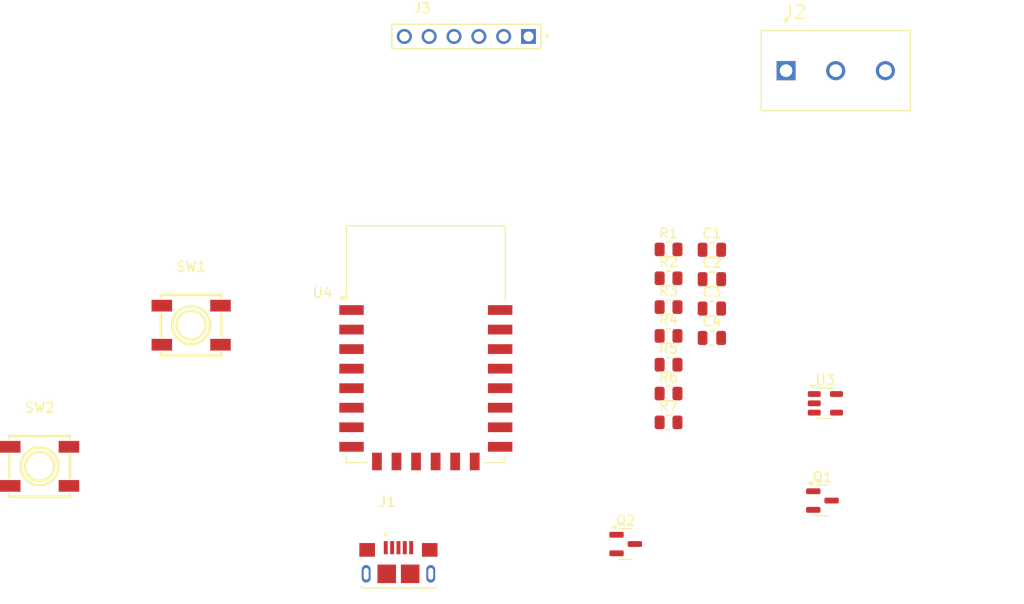
<source format=kicad_pcb>
(kicad_pcb (version 20240108) (generator "pcbnew") (generator_version "8.0")
  (layers (0 "F.Cu" signal) (31 "B.Cu" signal) (34 "B.Paste" user) (35 "F.Paste" user) (36 "B.SilkS" user "B.Silkscreen") (37 "F.SilkS" user "F.Silkscreen") (38 "B.Mask" user) (39 "F.Mask" user) (44 "Edge.Cuts" user))
  (net 0 "")
  (net 1 "Net-(J2-Pin_2)")
  (net 2 "GND")
  (net 3 "Net-(J1-VUSB)")
  (net 4 "Net-(Q1-D)")
  (net 5 "Net-(Q2-G)")
  (net 6 "Net-(J2-Pin_1)")
  (net 7 "Net-(U4-~{RST})")
  (net 8 "Net-(U4-EN)")
  (net 9 "Net-(U4-GPIO15)")
  (net 10 "Net-(U4-MISO)")
  (net 19 "Earth")
  (net 28 "Net-(U3-VOUT)")
  (net 29 "Net-(U4-GPIO3{slash}RXD)")
  (net 30 "Net-(U4-GPIO1{slash}TXD)")
  (footprint "Resistor_SMD:R_0805_2012Metric" (layer "F.Cu") (at 83.3225 135.2)
    (property "Reference" "R3" (at 0 -1.65 0) (layer "F.SilkS"))
    (property "Value" "10k")
    (fp_line (start -0.227064 -0.735) (end 0.227064 -0.735) (stroke (width 0.12)) (layer "F.SilkS"))
    (fp_line (start -0.227064 0.735) (end 0.227064 0.735) (stroke (width 0.12)) (layer "F.SilkS"))
    (pad "1" smd roundrect (at -0.9125 0) (size 1.025 1.4) (layers "F.Cu" "F.Paste" "F.Mask") (roundrect_rratio 0.243902) (net 2 "GND"))
    (pad "2" smd roundrect (at 0.9125 0) (size 1.025 1.4) (layers "F.Cu" "F.Paste" "F.Mask") (roundrect_rratio 0.243902) (net 5 "Net-(Q2-G)"))
  )
  (footprint "EasyEDA:SW-SMD_4P-L6.2-W6.2-P4.00-LS6.8" (layer "F.Cu") (at 19 151.5)
    (property "Reference" "SW2" (at 0 -6 0) (layer "F.SilkS"))
    (property "Value" "SW_FLASH")
    (fp_line (start -3.1 -3.1) (end -3.1 -2.83) (stroke (width 0.25)) (layer "F.SilkS"))
    (fp_line (start -3.1 -3.1) (end 3.1 -3.1) (stroke (width 0.25)) (layer "F.SilkS"))
    (fp_line (start -3.1 -1.17) (end -3.1 1.17) (stroke (width 0.25)) (layer "F.SilkS"))
    (fp_line (start -3.1 2.83) (end -3.1 3.1) (stroke (width 0.25)) (layer "F.SilkS"))
    (fp_line (start -3.1 3.1) (end 3.1 3.1) (stroke (width 0.25)) (layer "F.SilkS"))
    (fp_line (start 3.1 -3.1) (end 3.1 -2.83) (stroke (width 0.25)) (layer "F.SilkS"))
    (fp_line (start 3.1 -1.17) (end 3.1 1.17) (stroke (width 0.25)) (layer "F.SilkS"))
    (fp_line (start 3.1 2.83) (end 3.1 3.1) (stroke (width 0.25)) (layer "F.SilkS"))
    (fp_circle (center 0 0) (end 1.48 0) (stroke (width 0.25)) (fill none) (layer "F.SilkS"))
    (fp_circle (center 0 0) (end 1.94 0) (stroke (width 0.25)) (fill none) (layer "F.SilkS"))
    (pad "1" smd rect (at -3 -2) (size 2.1 1.2) (layers "F.Cu" "F.Paste" "F.Mask") (net 10 "Net-(U4-MISO)"))
    (pad "2" smd rect (at 3 -2) (size 2.1 1.2) (layers "F.Cu" "F.Paste" "F.Mask"))
    (pad "3" smd rect (at -3 2) (size 2.1 1.2) (layers "F.Cu" "F.Paste" "F.Mask") (net 2 "GND"))
    (pad "4" smd rect (at 3 2) (size 2.1 1.2) (layers "F.Cu" "F.Paste" "F.Mask"))
  )
  (footprint "Capacitor_SMD:C_0805_2012Metric" (layer "F.Cu") (at 87.7525 135.35)
    (property "Reference" "C3" (at 0 -1.68 0) (layer "F.SilkS"))
    (property "Value" "1uF")
    (fp_line (start -0.261252 -0.735) (end 0.261252 -0.735) (stroke (width 0.12)) (layer "F.SilkS"))
    (fp_line (start -0.261252 0.735) (end 0.261252 0.735) (stroke (width 0.12)) (layer "F.SilkS"))
    (pad "1" smd roundrect (at -0.95 0) (size 1 1.45) (layers "F.Cu" "F.Paste" "F.Mask") (net 28 "Net-(U3-VOUT)"))
    (pad "2" smd roundrect (at 0.95 0) (size 1 1.45) (layers "F.Cu" "F.Paste" "F.Mask") (net 2 "GND"))
  )
  (footprint "Ratgo2:TB006-508-03BE" (layer "F.Cu") (at 95.34 111)
    (property "Reference" "J2" (at 0.905 -5.989 0) (layer "F.SilkS") (effects (font (size 1.4 1.4))))
    (property "Value" "Screw_Terminal_01x03")
    (fp_line (start -2.54 -4.1) (end 12.7 -4.1) (stroke (width 0.127)) (layer "F.SilkS"))
    (fp_line (start -2.54 4.1) (end -2.54 -4.1) (stroke (width 0.127)) (layer "F.SilkS"))
    (fp_line (start 12.7 -4.1) (end 12.7 4.1) (stroke (width 0.127)) (layer "F.SilkS"))
    (fp_line (start 12.7 4.1) (end -2.54 4.1) (stroke (width 0.127)) (layer "F.SilkS"))
    (fp_circle (center 0 -5.1) (end 0.1 -5.1) (stroke (width 0.2)) (fill none) (layer "F.SilkS"))
    (pad "1" thru_hole rect (at 0 0) (size 1.95 1.95) (drill 1.3) (layers "*.Cu" "*.Mask") (net 6 "Net-(J2-Pin_1)"))
    (pad "2" thru_hole circle (at 5.08 0) (size 1.95 1.95) (drill 1.3) (layers "*.Cu" "*.Mask") (net 1 "Net-(J2-Pin_2)"))
    (pad "3" thru_hole circle (at 10.16 0) (size 1.95 1.95) (drill 1.3) (layers "*.Cu" "*.Mask") (net 2 "GND"))
  )
  (footprint "Resistor_SMD:R_0805_2012Metric" (layer "F.Cu") (at 83.3225 141.1)
    (property "Reference" "R5" (at 0 -1.65 0) (layer "F.SilkS"))
    (property "Value" "10k")
    (fp_line (start -0.227064 -0.735) (end 0.227064 -0.735) (stroke (width 0.12)) (layer "F.SilkS"))
    (fp_line (start -0.227064 0.735) (end 0.227064 0.735) (stroke (width 0.12)) (layer "F.SilkS"))
    (pad "1" smd roundrect (at -0.9125 0) (size 1.025 1.4) (layers "F.Cu" "F.Paste" "F.Mask") (roundrect_rratio 0.243902) (net 28 "Net-(U3-VOUT)"))
    (pad "2" smd roundrect (at 0.9125 0) (size 1.025 1.4) (layers "F.Cu" "F.Paste" "F.Mask") (roundrect_rratio 0.243902) (net 8 "Net-(U4-EN)"))
  )
  (footprint "Resistor_SMD:R_0805_2012Metric" (layer "F.Cu") (at 83.3225 129.3)
    (property "Reference" "R1" (at 0 -1.65 0) (layer "F.SilkS"))
    (property "Value" "10k")
    (fp_line (start -0.227064 -0.735) (end 0.227064 -0.735) (stroke (width 0.12)) (layer "F.SilkS"))
    (fp_line (start -0.227064 0.735) (end 0.227064 0.735) (stroke (width 0.12)) (layer "F.SilkS"))
    (pad "1" smd roundrect (at -0.9125 0) (size 1.025 1.4) (layers "F.Cu" "F.Paste" "F.Mask") (roundrect_rratio 0.243902) (net 2 "GND"))
    (pad "2" smd roundrect (at 0.9125 0) (size 1.025 1.4) (layers "F.Cu" "F.Paste" "F.Mask") (roundrect_rratio 0.243902) (net 6 "Net-(J2-Pin_1)"))
  )
  (footprint "Package_TO_SOT_SMD:SOT-23-5" (layer "F.Cu") (at 99.3625 145.05)
    (property "Reference" "U3" (at 0 -2.4 0) (layer "F.SilkS"))
    (property "Value" "AP2112K-3.3")
    (fp_line (start 0 -1.56) (end -0.8 -1.56) (stroke (width 0.12)) (layer "F.SilkS"))
    (fp_line (start 0 -1.56) (end 0.8 -1.56) (stroke (width 0.12)) (layer "F.SilkS"))
    (fp_line (start 0 1.56) (end -0.8 1.56) (stroke (width 0.12)) (layer "F.SilkS"))
    (fp_line (start 0 1.56) (end 0.8 1.56) (stroke (width 0.12)) (layer "F.SilkS"))
    (fp_poly (pts (xy -1.3 -1.51) (xy -1.54 -1.84) (xy -1.06 -1.84) (xy -1.3 -1.51)) (stroke (width 0.12)) (fill solid) (layer "F.SilkS"))
    (pad "1" smd roundrect (at -1.1375 -0.95) (size 1.325 0.6) (layers "F.Cu" "F.Paste" "F.Mask") (net 3 "Net-(J1-VUSB)"))
    (pad "2" smd roundrect (at -1.1375 0) (size 1.325 0.6) (layers "F.Cu" "F.Paste" "F.Mask") (net 2 "GND"))
    (pad "3" smd roundrect (at -1.1375 0.95) (size 1.325 0.6) (layers "F.Cu" "F.Paste" "F.Mask"))
    (pad "4" smd roundrect (at 1.1375 0.95) (size 1.325 0.6) (layers "F.Cu" "F.Paste" "F.Mask"))
    (pad "5" smd roundrect (at 1.1375 -0.95) (size 1.325 0.6) (layers "F.Cu" "F.Paste" "F.Mask") (net 28 "Net-(U3-VOUT)"))
  )
  (footprint "Ratgo2:METZ-CONNECT_PR20206VBNN" (layer "F.Cu") (at 62.65 107.5)
    (property "Reference" "J3" (at -4.525 -2.885 0) (layer "F.SilkS"))
    (property "Value" "Conn_01x06")
    (fp_line (start -7.62 1.25) (end -7.62 -1.25) (stroke (width 0.127)) (layer "F.SilkS"))
    (fp_line (start 7.62 -1.25) (end -7.62 -1.25) (stroke (width 0.127)) (layer "F.SilkS"))
    (fp_line (start 7.62 -1.25) (end 7.62 1.25) (stroke (width 0.127)) (layer "F.SilkS"))
    (fp_line (start 7.62 1.25) (end -7.62 1.25) (stroke (width 0.127)) (layer "F.SilkS"))
    (fp_circle (center 8.25 -0.05) (end 8.35 -0.05) (stroke (width 0.2)) (fill none) (layer "F.SilkS"))
    (pad "1" thru_hole rect (at 6.35 0) (size 1.53 1.53) (drill 1.02) (layers "*.Cu" "*.Mask"))
    (pad "2" thru_hole circle (at 3.81 0) (size 1.53 1.53) (drill 1.02) (layers "*.Cu" "*.Mask") (net 30 "Net-(U4-GPIO1{slash}TXD)"))
    (pad "3" thru_hole circle (at 1.27 0) (size 1.53 1.53) (drill 1.02) (layers "*.Cu" "*.Mask") (net 29 "Net-(U4-GPIO3{slash}RXD)"))
    (pad "4" thru_hole circle (at -1.27 0) (size 1.53 1.53) (drill 1.02) (layers "*.Cu" "*.Mask") (net 28 "Net-(U3-VOUT)"))
    (pad "5" thru_hole circle (at -3.81 0) (size 1.53 1.53) (drill 1.02) (layers "*.Cu" "*.Mask"))
    (pad "6" thru_hole circle (at -6.35 0) (size 1.53 1.53) (drill 1.02) (layers "*.Cu" "*.Mask") (net 2 "GND"))
  )
  (footprint "Resistor_SMD:R_0805_2012Metric" (layer "F.Cu") (at 83.3225 138.15)
    (property "Reference" "R4" (at 0 -1.65 0) (layer "F.SilkS"))
    (property "Value" "10k")
    (fp_line (start -0.227064 -0.735) (end 0.227064 -0.735) (stroke (width 0.12)) (layer "F.SilkS"))
    (fp_line (start -0.227064 0.735) (end 0.227064 0.735) (stroke (width 0.12)) (layer "F.SilkS"))
    (pad "1" smd roundrect (at -0.9125 0) (size 1.025 1.4) (layers "F.Cu" "F.Paste" "F.Mask") (roundrect_rratio 0.243902) (net 28 "Net-(U3-VOUT)"))
    (pad "2" smd roundrect (at 0.9125 0) (size 1.025 1.4) (layers "F.Cu" "F.Paste" "F.Mask") (roundrect_rratio 0.243902) (net 7 "Net-(U4-~{RST})"))
  )
  (footprint "Package_TO_SOT_SMD:SOT-23" (layer "F.Cu") (at 78.9375 159.45)
    (property "Reference" "Q2" (at 0 -2.4 0) (layer "F.SilkS"))
    (property "Value" "AO3400A")
    (fp_line (start 0 -1.56) (end -0.65 -1.56) (stroke (width 0.12)) (layer "F.SilkS"))
    (fp_line (start 0 -1.56) (end 0.65 -1.56) (stroke (width 0.12)) (layer "F.SilkS"))
    (fp_line (start 0 1.56) (end -0.65 1.56) (stroke (width 0.12)) (layer "F.SilkS"))
    (fp_line (start 0 1.56) (end 0.65 1.56) (stroke (width 0.12)) (layer "F.SilkS"))
    (fp_poly (pts (xy -1.1625 -1.51) (xy -1.4025 -1.84) (xy -0.9225 -1.84) (xy -1.1625 -1.51)) (stroke (width 0.12)) (fill solid) (layer "F.SilkS"))
    (pad "1" smd roundrect (at -0.9375 -0.95) (size 1.475 0.6) (layers "F.Cu" "F.Paste" "F.Mask") (net 5 "Net-(Q2-G)"))
    (pad "2" smd roundrect (at -0.9375 0.95) (size 1.475 0.6) (layers "F.Cu" "F.Paste" "F.Mask") (net 2 "GND"))
    (pad "3" smd roundrect (at 0.9375 0) (size 1.475 0.6) (layers "F.Cu" "F.Paste" "F.Mask") (net 1 "Net-(J2-Pin_2)"))
  )
  (footprint "Capacitor_SMD:C_0805_2012Metric" (layer "F.Cu") (at 87.7525 138.36)
    (property "Reference" "C4" (at 0 -1.68 0) (layer "F.SilkS"))
    (property "Value" "10uF")
    (fp_line (start -0.261252 -0.735) (end 0.261252 -0.735) (stroke (width 0.12)) (layer "F.SilkS"))
    (fp_line (start -0.261252 0.735) (end 0.261252 0.735) (stroke (width 0.12)) (layer "F.SilkS"))
    (pad "1" smd roundrect (at -0.95 0) (size 1 1.45) (layers "F.Cu" "F.Paste" "F.Mask") (net 2 "GND"))
    (pad "2" smd roundrect (at 0.95 0) (size 1 1.45) (layers "F.Cu" "F.Paste" "F.Mask") (net 28 "Net-(U3-VOUT)"))
  )
  (footprint "EasyEDA:SW-SMD_4P-L6.2-W6.2-P4.00-LS6.8" (layer "F.Cu") (at 34.5 137.05)
    (property "Reference" "SW1" (at 0 -6 0) (layer "F.SilkS"))
    (property "Value" "SW_RST")
    (fp_line (start -3.1 -3.1) (end -3.1 -2.83) (stroke (width 0.25)) (layer "F.SilkS"))
    (fp_line (start -3.1 -3.1) (end 3.1 -3.1) (stroke (width 0.25)) (layer "F.SilkS"))
    (fp_line (start -3.1 -1.17) (end -3.1 1.17) (stroke (width 0.25)) (layer "F.SilkS"))
    (fp_line (start -3.1 2.83) (end -3.1 3.1) (stroke (width 0.25)) (layer "F.SilkS"))
    (fp_line (start -3.1 3.1) (end 3.1 3.1) (stroke (width 0.25)) (layer "F.SilkS"))
    (fp_line (start 3.1 -3.1) (end 3.1 -2.83) (stroke (width 0.25)) (layer "F.SilkS"))
    (fp_line (start 3.1 -1.17) (end 3.1 1.17) (stroke (width 0.25)) (layer "F.SilkS"))
    (fp_line (start 3.1 2.83) (end 3.1 3.1) (stroke (width 0.25)) (layer "F.SilkS"))
    (fp_circle (center 0 0) (end 1.48 0) (stroke (width 0.25)) (fill none) (layer "F.SilkS"))
    (fp_circle (center 0 0) (end 1.94 0) (stroke (width 0.25)) (fill none) (layer "F.SilkS"))
    (pad "1" smd rect (at -3 -2) (size 2.1 1.2) (layers "F.Cu" "F.Paste" "F.Mask") (net 2 "GND"))
    (pad "2" smd rect (at 3 -2) (size 2.1 1.2) (layers "F.Cu" "F.Paste" "F.Mask"))
    (pad "3" smd rect (at -3 2) (size 2.1 1.2) (layers "F.Cu" "F.Paste" "F.Mask") (net 7 "Net-(U4-~{RST})"))
    (pad "4" smd rect (at 3 2) (size 2.1 1.2) (layers "F.Cu" "F.Paste" "F.Mask"))
  )
  (footprint "RF_Module:ESP-12E" (layer "F.Cu") (at 58.5 139)
    (property "Reference" "U4" (at -10.56 -5.26 0) (layer "F.SilkS"))
    (property "Value" "ESP-12F")
    (fp_line (start -8.12 -12.12) (end 8.12 -12.12) (stroke (width 0.12)) (layer "F.SilkS"))
    (fp_line (start -8.12 -4.5) (end -8.12 -12.12) (stroke (width 0.12)) (layer "F.SilkS"))
    (fp_line (start -8.12 12.12) (end -8.12 11.5) (stroke (width 0.12)) (layer "F.SilkS"))
    (fp_line (start -6 12.12) (end -8.12 12.12) (stroke (width 0.12)) (layer "F.SilkS"))
    (fp_line (start 8.12 -12.12) (end 8.12 -4.5) (stroke (width 0.12)) (layer "F.SilkS"))
    (fp_line (start 8.12 11.5) (end 8.12 12.12) (stroke (width 0.12)) (layer "F.SilkS"))
    (fp_line (start 8.12 12.12) (end 6 12.12) (stroke (width 0.12)) (layer "F.SilkS"))
    (fp_poly (pts (xy -8.55 -4.5) (xy -8.79 -4.836) (xy -8.31 -4.836) (xy -8.55 -4.5)) (stroke (width 0.12)) (fill solid) (layer "F.SilkS"))
    (pad "1" smd rect (at -7.6 -3.5) (size 2.5 1) (layers "F.Cu" "F.Paste" "F.Mask") (net 7 "Net-(U4-~{RST})"))
    (pad "2" smd rect (at -7.6 -1.5) (size 2.5 1) (layers "F.Cu" "F.Paste" "F.Mask"))
    (pad "3" smd rect (at -7.6 0.5) (size 2.5 1) (layers "F.Cu" "F.Paste" "F.Mask") (net 8 "Net-(U4-EN)"))
    (pad "4" smd rect (at -7.6 2.5) (size 2.5 1) (layers "F.Cu" "F.Paste" "F.Mask"))
    (pad "5" smd rect (at -7.6 4.5) (size 2.5 1) (layers "F.Cu" "F.Paste" "F.Mask"))
    (pad "6" smd rect (at -7.6 6.5) (size 2.5 1) (layers "F.Cu" "F.Paste" "F.Mask"))
    (pad "7" smd rect (at -7.6 8.5) (size 2.5 1) (layers "F.Cu" "F.Paste" "F.Mask") (net 6 "Net-(J2-Pin_1)"))
    (pad "8" smd rect (at -7.6 10.5) (size 2.5 1) (layers "F.Cu" "F.Paste" "F.Mask") (net 28 "Net-(U3-VOUT)"))
    (pad "9" smd rect (at -5 12) (size 1 1.8) (layers "F.Cu" "F.Paste" "F.Mask"))
    (pad "10" smd rect (at -3 12) (size 1 1.8) (layers "F.Cu" "F.Paste" "F.Mask") (net 10 "Net-(U4-MISO)"))
    (pad "11" smd rect (at -1 12) (size 1 1.8) (layers "F.Cu" "F.Paste" "F.Mask"))
    (pad "12" smd rect (at 1 12) (size 1 1.8) (layers "F.Cu" "F.Paste" "F.Mask"))
    (pad "13" smd rect (at 3 12) (size 1 1.8) (layers "F.Cu" "F.Paste" "F.Mask"))
    (pad "14" smd rect (at 5 12) (size 1 1.8) (layers "F.Cu" "F.Paste" "F.Mask"))
    (pad "15" smd rect (at 7.6 10.5) (size 2.5 1) (layers "F.Cu" "F.Paste" "F.Mask") (net 19 "Earth"))
    (pad "16" smd rect (at 7.6 8.5) (size 2.5 1) (layers "F.Cu" "F.Paste" "F.Mask") (net 9 "Net-(U4-GPIO15)"))
    (pad "17" smd rect (at 7.6 6.5) (size 2.5 1) (layers "F.Cu" "F.Paste" "F.Mask"))
    (pad "18" smd rect (at 7.6 4.5) (size 2.5 1) (layers "F.Cu" "F.Paste" "F.Mask"))
    (pad "19" smd rect (at 7.6 2.5) (size 2.5 1) (layers "F.Cu" "F.Paste" "F.Mask") (net 4 "Net-(Q1-D)"))
    (pad "20" smd rect (at 7.6 0.5) (size 2.5 1) (layers "F.Cu" "F.Paste" "F.Mask") (net 5 "Net-(Q2-G)"))
    (pad "21" smd rect (at 7.6 -1.5) (size 2.5 1) (layers "F.Cu" "F.Paste" "F.Mask") (net 29 "Net-(U4-GPIO3{slash}RXD)"))
    (pad "22" smd rect (at 7.6 -3.5) (size 2.5 1) (layers "F.Cu" "F.Paste" "F.Mask") (net 30 "Net-(U4-GPIO1{slash}TXD)"))
  )
  (footprint "Capacitor_SMD:C_0805_2012Metric" (layer "F.Cu") (at 87.7525 132.34)
    (property "Reference" "C2" (at 0 -1.68 0) (layer "F.SilkS"))
    (property "Value" "100nF")
    (fp_line (start -0.261252 -0.735) (end 0.261252 -0.735) (stroke (width 0.12)) (layer "F.SilkS"))
    (fp_line (start -0.261252 0.735) (end 0.261252 0.735) (stroke (width 0.12)) (layer "F.SilkS"))
    (pad "1" smd roundrect (at -0.95 0) (size 1 1.45) (layers "F.Cu" "F.Paste" "F.Mask") (net 2 "GND"))
    (pad "2" smd roundrect (at 0.95 0) (size 1 1.45) (layers "F.Cu" "F.Paste" "F.Mask") (net 28 "Net-(U3-VOUT)"))
  )
  (footprint "Package_TO_SOT_SMD:SOT-23" (layer "F.Cu") (at 99.0625 155)
    (property "Reference" "Q1" (at 0 -2.4 0) (layer "F.SilkS"))
    (property "Value" "2N7002")
    (fp_line (start 0 -1.56) (end -0.65 -1.56) (stroke (width 0.12)) (layer "F.SilkS"))
    (fp_line (start 0 -1.56) (end 0.65 -1.56) (stroke (width 0.12)) (layer "F.SilkS"))
    (fp_line (start 0 1.56) (end -0.65 1.56) (stroke (width 0.12)) (layer "F.SilkS"))
    (fp_line (start 0 1.56) (end 0.65 1.56) (stroke (width 0.12)) (layer "F.SilkS"))
    (fp_poly (pts (xy -1.1625 -1.51) (xy -1.4025 -1.84) (xy -0.9225 -1.84) (xy -1.1625 -1.51)) (stroke (width 0.12)) (fill solid) (layer "F.SilkS"))
    (pad "1" smd roundrect (at -0.9375 -0.95) (size 1.475 0.6) (layers "F.Cu" "F.Paste" "F.Mask") (net 1 "Net-(J2-Pin_2)"))
    (pad "2" smd roundrect (at -0.9375 0.95) (size 1.475 0.6) (layers "F.Cu" "F.Paste" "F.Mask") (net 2 "GND"))
    (pad "3" smd roundrect (at 0.9375 0) (size 1.475 0.6) (layers "F.Cu" "F.Paste" "F.Mask") (net 4 "Net-(Q1-D)"))
  )
  (footprint "Ratgo2:AMPHENOL_10118193-0001LF" (layer "F.Cu") (at 55.7 162.5)
    (property "Reference" "J1" (at -1.145 -7.375 0) (layer "F.SilkS"))
    (property "Value" "10118193-0001LF")
    (fp_line (start -3.8 1.45) (end -3.8 1.22) (stroke (width 0.127)) (layer "F.SilkS"))
    (fp_line (start -3.8 1.45) (end 3.8 1.45) (stroke (width 0.127)) (layer "F.SilkS"))
    (fp_line (start 3.8 1.45) (end 3.8 1.22) (stroke (width 0.127)) (layer "F.SilkS"))
    (fp_circle (center -1.3 -4.05) (end -1.2 -4.05) (stroke (width 0.2)) (fill none) (layer "F.SilkS"))
    (pad "1" smd rect (at -1.3 -2.675) (size 0.4 1.35) (layers "F.Cu" "F.Paste" "F.Mask") (net 3 "Net-(J1-VUSB)"))
    (pad "2" smd rect (at -0.65 -2.675) (size 0.4 1.35) (layers "F.Cu" "F.Paste" "F.Mask"))
    (pad "3" smd rect (at 0 -2.675) (size 0.4 1.35) (layers "F.Cu" "F.Paste" "F.Mask"))
    (pad "4" smd rect (at 0.65 -2.675) (size 0.4 1.35) (layers "F.Cu" "F.Paste" "F.Mask"))
    (pad "5" smd rect (at 1.3 -2.675) (size 0.4 1.35) (layers "F.Cu" "F.Paste" "F.Mask") (net 2 "GND"))
    (pad "S1" smd rect (at -3.2 -2.45) (size 1.6 1.4) (layers "F.Cu" "F.Paste" "F.Mask") (net 2 "GND"))
    (pad "S2" smd rect (at 3.2 -2.45) (size 1.6 1.4) (layers "F.Cu" "F.Paste" "F.Mask") (net 2 "GND"))
    (pad "S3" smd rect (at 1.2 0) (size 1.9 1.9) (layers "F.Cu" "F.Paste" "F.Mask") (net 2 "GND"))
    (pad "S4" smd rect (at -1.2 0) (size 1.9 1.9) (layers "F.Cu" "F.Paste" "F.Mask") (net 2 "GND"))
    (pad "S5" thru_hole oval (at -3.3 0) (size 0.9 1.8) (drill oval 0.5 1.2) (layers "*.Cu" "*.Mask") (net 2 "GND"))
    (pad "S6" thru_hole oval (at 3.3 0) (size 0.9 1.8) (drill oval 0.5 1.2) (layers "*.Cu" "*.Mask") (net 2 "GND"))
  )
  (footprint "Resistor_SMD:R_0805_2012Metric" (layer "F.Cu") (at 83.3225 144.05)
    (property "Reference" "R6" (at 0 -1.65 0) (layer "F.SilkS"))
    (property "Value" "10k")
    (fp_line (start -0.227064 -0.735) (end 0.227064 -0.735) (stroke (width 0.12)) (layer "F.SilkS"))
    (fp_line (start -0.227064 0.735) (end 0.227064 0.735) (stroke (width 0.12)) (layer "F.SilkS"))
    (pad "1" smd roundrect (at -0.9125 0) (size 1.025 1.4) (layers "F.Cu" "F.Paste" "F.Mask") (roundrect_rratio 0.243902) (net 2 "GND"))
    (pad "2" smd roundrect (at 0.9125 0) (size 1.025 1.4) (layers "F.Cu" "F.Paste" "F.Mask") (roundrect_rratio 0.243902) (net 9 "Net-(U4-GPIO15)"))
  )
  (footprint "Capacitor_SMD:C_0805_2012Metric" (layer "F.Cu") (at 87.7525 129.33)
    (property "Reference" "C1" (at 0 -1.68 0) (layer "F.SilkS"))
    (property "Value" "1uF")
    (fp_line (start -0.261252 -0.735) (end 0.261252 -0.735) (stroke (width 0.12)) (layer "F.SilkS"))
    (fp_line (start -0.261252 0.735) (end 0.261252 0.735) (stroke (width 0.12)) (layer "F.SilkS"))
    (pad "1" smd roundrect (at -0.95 0) (size 1 1.45) (layers "F.Cu" "F.Paste" "F.Mask") (net 3 "Net-(J1-VUSB)"))
    (pad "2" smd roundrect (at 0.95 0) (size 1 1.45) (layers "F.Cu" "F.Paste" "F.Mask") (net 2 "GND"))
  )
  (footprint "Resistor_SMD:R_0805_2012Metric" (layer "F.Cu") (at 83.3225 132.25)
    (property "Reference" "R2" (at 0 -1.65 0) (layer "F.SilkS"))
    (property "Value" "10k")
    (fp_line (start -0.227064 -0.735) (end 0.227064 -0.735) (stroke (width 0.12)) (layer "F.SilkS"))
    (fp_line (start -0.227064 0.735) (end 0.227064 0.735) (stroke (width 0.12)) (layer "F.SilkS"))
    (pad "1" smd roundrect (at -0.9125 0) (size 1.025 1.4) (layers "F.Cu" "F.Paste" "F.Mask") (roundrect_rratio 0.243902) (net 6 "Net-(J2-Pin_1)"))
    (pad "2" smd roundrect (at 0.9125 0) (size 1.025 1.4) (layers "F.Cu" "F.Paste" "F.Mask") (roundrect_rratio 0.243902) (net 6 "Net-(J2-Pin_1)"))
  )
  (footprint "Resistor_SMD:R_0805_2012Metric" (layer "F.Cu") (at 83.3225 147)
    (property "Reference" "R7" (at 0 -1.65 0) (layer "F.SilkS"))
    (property "Value" "10k")
    (fp_line (start -0.227064 -0.735) (end 0.227064 -0.735) (stroke (width 0.12)) (layer "F.SilkS"))
    (fp_line (start -0.227064 0.735) (end 0.227064 0.735) (stroke (width 0.12)) (layer "F.SilkS"))
    (pad "1" smd roundrect (at -0.9125 0) (size 1.025 1.4) (layers "F.Cu" "F.Paste" "F.Mask") (roundrect_rratio 0.243902) (net 28 "Net-(U3-VOUT)"))
    (pad "2" smd roundrect (at 0.9125 0) (size 1.025 1.4) (layers "F.Cu" "F.Paste" "F.Mask") (roundrect_rratio 0.243902) (net 10 "Net-(U4-MISO)"))
  )
)
</source>
